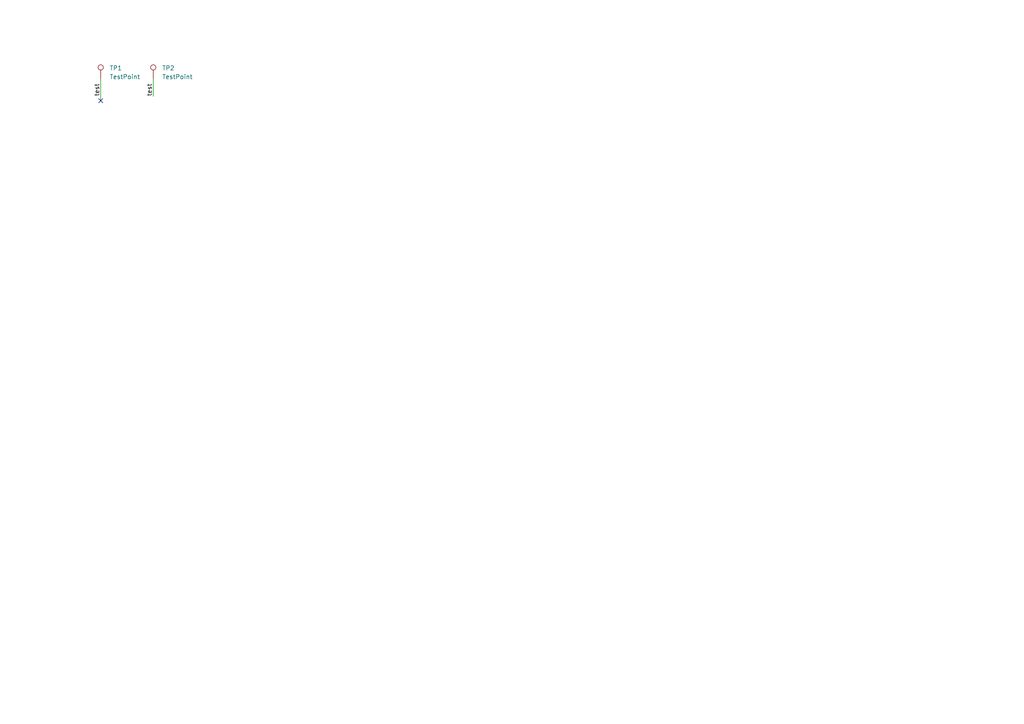
<source format=kicad_sch>
(kicad_sch (version 20210621) (generator eeschema)
  (paper "A4")
  (lib_symbols
    (symbol "Connector:TestPoint" (pin_numbers hide) (pin_names (offset 0.762) hide)
      (property "Reference" "TP" (at 0 6.858 0))
      (property "Value" "TestPoint" (at 0 5.08 0))
      (symbol "TestPoint_0_1"
        (circle (center 0 3.302) (radius 0.762))
      )
      (symbol "TestPoint_1_1"
        (pin passive line (at 0 0 90) (length 2.54) (name "1") (number "1"))
      )
    )
  )
  (no_connect (at 29.21 29.21))
  (wire (pts (xy 29.21 22.86) (xy 29.21 29.21)))
  (wire (pts (xy 44.45 22.86) (xy 44.45 27.94)))
  (label "test" (at 29.21 27.94 90))
  (label "test" (at 44.45 27.94 90))
  (symbol (lib_id "Connector:TestPoint") (at 29.21 22.86 0) (unit 1)
    (property "Reference" "TP1" (at 31.75 19.7484 0) (effects (justify left)))
    (property "Value" "TestPoint" (at 31.75 22.2884 0) (effects (justify left)))
  )
  (symbol (lib_id "Connector:TestPoint") (at 44.45 22.86 0) (unit 1)
    (property "Reference" "TP2" (at 46.99 19.7484 0) (effects (justify left)))
    (property "Value" "TestPoint" (at 46.99 22.2884 0) (effects (justify left)))
  )
)
</source>
